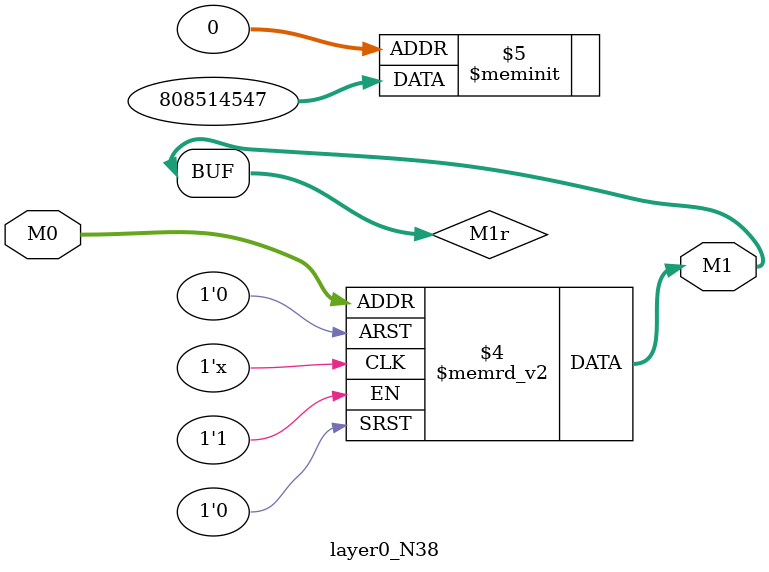
<source format=v>
module layer0_N38 ( input [3:0] M0, output [1:0] M1 );

	(*rom_style = "distributed" *) reg [1:0] M1r;
	assign M1 = M1r;
	always @ (M0) begin
		case (M0)
			4'b0000: M1r = 2'b11;
			4'b1000: M1r = 2'b00;
			4'b0100: M1r = 2'b11;
			4'b1100: M1r = 2'b00;
			4'b0010: M1r = 2'b11;
			4'b1010: M1r = 2'b11;
			4'b0110: M1r = 2'b11;
			4'b1110: M1r = 2'b11;
			4'b0001: M1r = 2'b00;
			4'b1001: M1r = 2'b00;
			4'b0101: M1r = 2'b00;
			4'b1101: M1r = 2'b00;
			4'b0011: M1r = 2'b11;
			4'b1011: M1r = 2'b00;
			4'b0111: M1r = 2'b11;
			4'b1111: M1r = 2'b00;

		endcase
	end
endmodule

</source>
